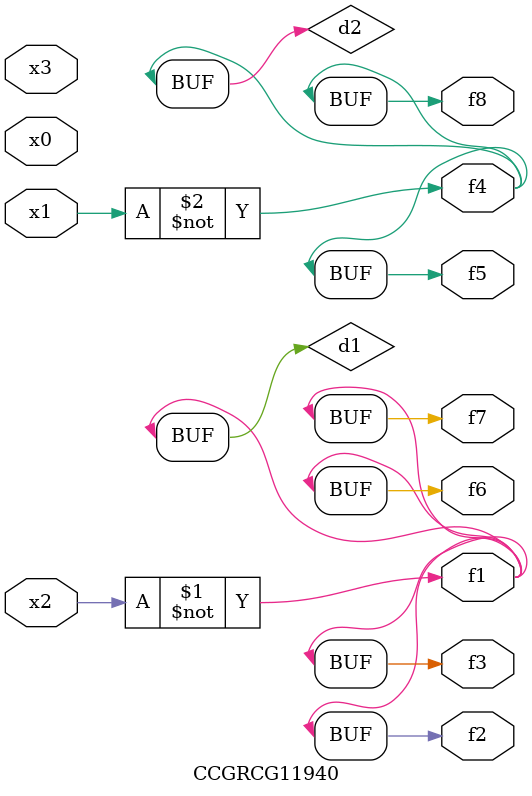
<source format=v>
module CCGRCG11940(
	input x0, x1, x2, x3,
	output f1, f2, f3, f4, f5, f6, f7, f8
);

	wire d1, d2;

	xnor (d1, x2);
	not (d2, x1);
	assign f1 = d1;
	assign f2 = d1;
	assign f3 = d1;
	assign f4 = d2;
	assign f5 = d2;
	assign f6 = d1;
	assign f7 = d1;
	assign f8 = d2;
endmodule

</source>
